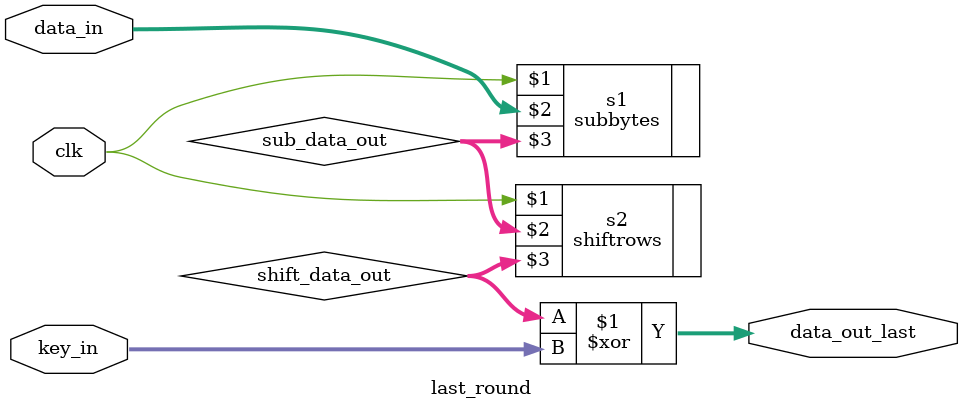
<source format=v>
`timescale 1ns / 1ps
module last_round(clk,data_in,key_in,data_out_last);
input clk;
input [127:0]data_in;
input [127:0]key_in;
output [127:0] data_out_last;

wire [127:0] sub_data_out,shift_data_out;

subbytes s1(clk,data_in,sub_data_out);
shiftrows s2(clk,sub_data_out,shift_data_out);
assign data_out_last=shift_data_out^key_in;


endmodule



</source>
